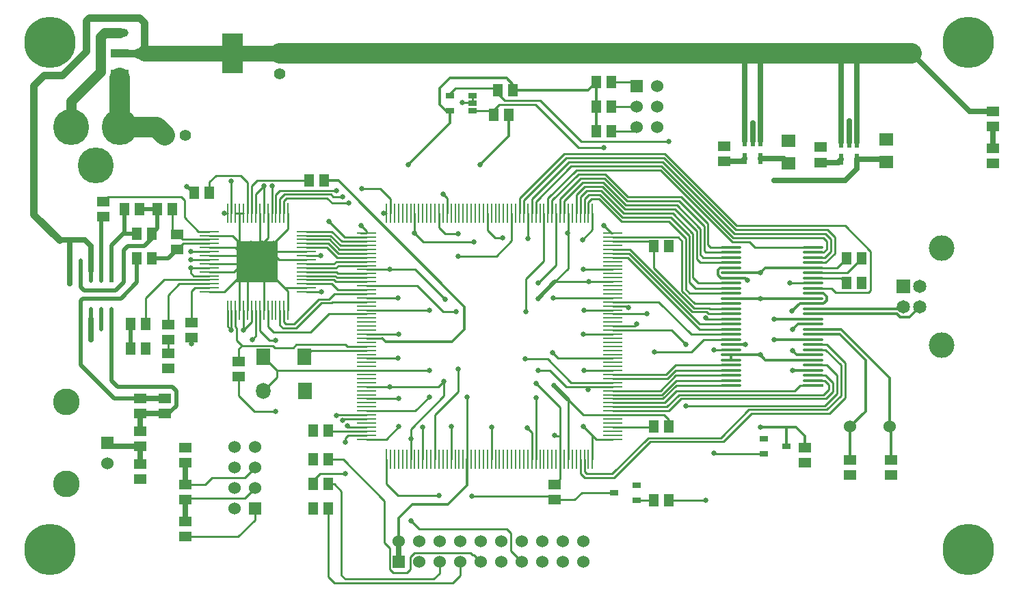
<source format=gtl>
%FSLAX24Y24*%
%MOIN*%
G70*
G01*
G75*
G04 Layer_Physical_Order=1*
%ADD10R,0.2000X0.2000*%
%ADD11R,0.0591X0.0512*%
%ADD12R,0.0217X0.0571*%
%ADD13R,0.0709X0.0630*%
%ADD14R,0.0512X0.0591*%
%ADD15R,0.0197X0.1181*%
%ADD16O,0.0197X0.1181*%
%ADD17O,0.0984X0.0098*%
%ADD18O,0.0098X0.0984*%
%ADD19R,0.0098X0.0984*%
%ADD20O,0.1000X0.0150*%
%ADD21R,0.1000X0.0150*%
%ADD22R,0.0850X0.0421*%
%ADD23R,0.0850X0.0421*%
%ADD24O,0.0850X0.0421*%
%ADD25R,0.1000X0.1969*%
%ADD26R,0.0709X0.0787*%
%ADD27O,0.0709X0.0787*%
%ADD28R,0.0394X0.0276*%
%ADD29R,0.0394X0.0276*%
%ADD30C,0.0500*%
%ADD31C,0.0350*%
%ADD32C,0.0100*%
%ADD33C,0.0200*%
%ADD34C,0.0120*%
%ADD35C,0.0250*%
%ADD36C,0.1000*%
%ADD37C,0.0750*%
%ADD38C,0.2500*%
%ADD39C,0.0600*%
%ADD40R,0.0600X0.0600*%
%ADD41C,0.0550*%
%ADD42R,0.0550X0.0550*%
%ADD43C,0.1750*%
%ADD44C,0.1250*%
%ADD45C,0.0650*%
%ADD46R,0.0650X0.0650*%
%ADD47C,0.1300*%
%ADD48C,0.0250*%
%ADD49C,0.0450*%
D10*
X22100Y26050D02*
D03*
D11*
X53000Y15626D02*
D03*
Y16374D02*
D03*
X51000Y15626D02*
D03*
Y16374D02*
D03*
X57950Y33374D02*
D03*
Y32626D02*
D03*
X48800Y16974D02*
D03*
Y16226D02*
D03*
X44850Y30926D02*
D03*
Y31674D02*
D03*
X57950Y30826D02*
D03*
Y31574D02*
D03*
X49550Y30876D02*
D03*
Y31624D02*
D03*
X36600Y15174D02*
D03*
Y14426D02*
D03*
X21200Y20426D02*
D03*
Y21174D02*
D03*
X17600Y18626D02*
D03*
Y19374D02*
D03*
X16400Y17026D02*
D03*
Y17774D02*
D03*
Y15426D02*
D03*
Y16174D02*
D03*
Y18626D02*
D03*
Y19374D02*
D03*
X18200Y27374D02*
D03*
Y26626D02*
D03*
X14600Y28226D02*
D03*
Y28974D02*
D03*
X17750Y22226D02*
D03*
Y22974D02*
D03*
X18900Y22326D02*
D03*
Y23074D02*
D03*
X18600Y12626D02*
D03*
Y13374D02*
D03*
X17750Y21574D02*
D03*
Y20826D02*
D03*
X18600Y14426D02*
D03*
Y15174D02*
D03*
Y16226D02*
D03*
Y16974D02*
D03*
D12*
X46624Y31923D02*
D03*
X46250D02*
D03*
X45876D02*
D03*
Y31077D02*
D03*
X46624D02*
D03*
X51324Y31873D02*
D03*
X50950D02*
D03*
X50576D02*
D03*
Y31027D02*
D03*
X51324D02*
D03*
D13*
X48000Y30849D02*
D03*
Y31951D02*
D03*
X52750Y30899D02*
D03*
Y32001D02*
D03*
D14*
X51574Y25000D02*
D03*
X50826D02*
D03*
Y26200D02*
D03*
X51574D02*
D03*
X25574Y16400D02*
D03*
X24826D02*
D03*
X25574Y15200D02*
D03*
X24826D02*
D03*
X25574Y17800D02*
D03*
X24826D02*
D03*
X25574Y14000D02*
D03*
X24826D02*
D03*
X41426Y14400D02*
D03*
X42174D02*
D03*
X39374Y32400D02*
D03*
X38626D02*
D03*
X39374Y33600D02*
D03*
X38626D02*
D03*
X39374Y34800D02*
D03*
X38626D02*
D03*
X34374Y33200D02*
D03*
X33626D02*
D03*
X34574Y34400D02*
D03*
X33826D02*
D03*
X42174Y26800D02*
D03*
X41426D02*
D03*
X42174Y18000D02*
D03*
X41426D02*
D03*
X25374Y30000D02*
D03*
X24626D02*
D03*
X19026Y29400D02*
D03*
X19774D02*
D03*
X16226Y26200D02*
D03*
X16974D02*
D03*
X17226Y28600D02*
D03*
X17974D02*
D03*
X16226Y27400D02*
D03*
X16974D02*
D03*
X15626Y28600D02*
D03*
X16374D02*
D03*
X15926Y21800D02*
D03*
X16674D02*
D03*
X15926Y23000D02*
D03*
X16674D02*
D03*
D15*
X15000Y25600D02*
D03*
D16*
X14500D02*
D03*
X14000D02*
D03*
X13500D02*
D03*
X15000Y23238D02*
D03*
X14500D02*
D03*
X14000D02*
D03*
X13500D02*
D03*
D17*
X24486Y27514D02*
D03*
Y27317D02*
D03*
Y27120D02*
D03*
Y26924D02*
D03*
Y26727D02*
D03*
Y26530D02*
D03*
Y26333D02*
D03*
Y26136D02*
D03*
Y25939D02*
D03*
Y25743D02*
D03*
Y25546D02*
D03*
Y25349D02*
D03*
Y25152D02*
D03*
Y24955D02*
D03*
Y24758D02*
D03*
Y24561D02*
D03*
X19761D02*
D03*
Y24758D02*
D03*
Y24955D02*
D03*
Y25152D02*
D03*
Y25349D02*
D03*
Y25546D02*
D03*
Y25743D02*
D03*
Y25939D02*
D03*
Y26136D02*
D03*
Y26333D02*
D03*
Y26530D02*
D03*
Y26727D02*
D03*
Y26924D02*
D03*
Y27120D02*
D03*
Y27317D02*
D03*
Y27514D02*
D03*
X39424Y17384D02*
D03*
Y17581D02*
D03*
Y17778D02*
D03*
Y17975D02*
D03*
Y18172D02*
D03*
Y18369D02*
D03*
Y18565D02*
D03*
Y18762D02*
D03*
Y18959D02*
D03*
Y19156D02*
D03*
Y19353D02*
D03*
Y19550D02*
D03*
Y19746D02*
D03*
Y19943D02*
D03*
Y20140D02*
D03*
Y20337D02*
D03*
Y20534D02*
D03*
Y20731D02*
D03*
Y20928D02*
D03*
Y21124D02*
D03*
Y21321D02*
D03*
Y21518D02*
D03*
Y21715D02*
D03*
Y21912D02*
D03*
Y22109D02*
D03*
Y22306D02*
D03*
Y22502D02*
D03*
Y22699D02*
D03*
Y22896D02*
D03*
Y23093D02*
D03*
Y23290D02*
D03*
Y23487D02*
D03*
Y23683D02*
D03*
Y23880D02*
D03*
Y24077D02*
D03*
Y24274D02*
D03*
Y24471D02*
D03*
Y24668D02*
D03*
Y24865D02*
D03*
Y25061D02*
D03*
Y25258D02*
D03*
Y25455D02*
D03*
Y25652D02*
D03*
Y25849D02*
D03*
Y26046D02*
D03*
Y26242D02*
D03*
Y26439D02*
D03*
Y26636D02*
D03*
Y26833D02*
D03*
Y27030D02*
D03*
Y27227D02*
D03*
Y27424D02*
D03*
X27416D02*
D03*
Y27227D02*
D03*
Y27030D02*
D03*
Y26833D02*
D03*
Y26636D02*
D03*
Y26439D02*
D03*
Y26242D02*
D03*
Y26046D02*
D03*
Y25849D02*
D03*
Y25652D02*
D03*
Y25455D02*
D03*
Y25258D02*
D03*
Y25061D02*
D03*
Y24865D02*
D03*
Y24668D02*
D03*
Y24471D02*
D03*
Y24274D02*
D03*
Y24077D02*
D03*
Y23880D02*
D03*
Y23683D02*
D03*
Y23487D02*
D03*
Y23290D02*
D03*
Y23093D02*
D03*
Y22896D02*
D03*
Y22699D02*
D03*
Y22502D02*
D03*
Y22306D02*
D03*
Y22109D02*
D03*
Y21912D02*
D03*
Y21715D02*
D03*
Y21518D02*
D03*
Y21321D02*
D03*
Y21124D02*
D03*
Y20928D02*
D03*
Y20731D02*
D03*
Y20534D02*
D03*
Y20337D02*
D03*
Y20140D02*
D03*
Y19943D02*
D03*
Y19746D02*
D03*
Y19550D02*
D03*
Y19353D02*
D03*
Y19156D02*
D03*
Y18959D02*
D03*
Y18762D02*
D03*
Y18565D02*
D03*
Y18369D02*
D03*
Y18172D02*
D03*
Y17975D02*
D03*
Y17778D02*
D03*
Y17581D02*
D03*
Y17384D02*
D03*
D18*
X23600Y23676D02*
D03*
X23403D02*
D03*
X23206D02*
D03*
X23009D02*
D03*
X22813D02*
D03*
X22616D02*
D03*
X22419D02*
D03*
X22222D02*
D03*
X22025D02*
D03*
X21828D02*
D03*
X21632D02*
D03*
X21435D02*
D03*
X21238D02*
D03*
X21041D02*
D03*
X20844D02*
D03*
X20647D02*
D03*
Y28400D02*
D03*
X20844D02*
D03*
X21041D02*
D03*
X21238D02*
D03*
X21435D02*
D03*
X21632D02*
D03*
X21828D02*
D03*
X22025D02*
D03*
X22222D02*
D03*
X22419D02*
D03*
X22616D02*
D03*
X22813D02*
D03*
X23009D02*
D03*
X23206D02*
D03*
X23403D02*
D03*
X28597Y16400D02*
D03*
X28794D02*
D03*
X28991D02*
D03*
X29187D02*
D03*
X29384D02*
D03*
X29581D02*
D03*
X29778D02*
D03*
X29975D02*
D03*
X30172D02*
D03*
X30368D02*
D03*
X30565D02*
D03*
X30762D02*
D03*
X30959D02*
D03*
X31156D02*
D03*
X31353D02*
D03*
X31550D02*
D03*
X31746D02*
D03*
X31943D02*
D03*
X32140D02*
D03*
X32337D02*
D03*
X32534D02*
D03*
X32731D02*
D03*
X32928D02*
D03*
X33124D02*
D03*
X33321D02*
D03*
X33518D02*
D03*
X33715D02*
D03*
X33912D02*
D03*
X34109D02*
D03*
X34306D02*
D03*
X34502D02*
D03*
X34699D02*
D03*
X34896D02*
D03*
X35093D02*
D03*
X35290D02*
D03*
X35487D02*
D03*
X35683D02*
D03*
X35880D02*
D03*
X36077D02*
D03*
X36274D02*
D03*
X36471D02*
D03*
X36668D02*
D03*
X36865D02*
D03*
X37061D02*
D03*
X37258D02*
D03*
X37455D02*
D03*
X37652D02*
D03*
X37849D02*
D03*
X38046D02*
D03*
X38242D02*
D03*
X38439D02*
D03*
Y28408D02*
D03*
X38242D02*
D03*
X38046D02*
D03*
X37849D02*
D03*
X37652D02*
D03*
X37455D02*
D03*
X37258D02*
D03*
X37061D02*
D03*
X36865D02*
D03*
X36668D02*
D03*
X36471D02*
D03*
X36274D02*
D03*
X36077D02*
D03*
X35880D02*
D03*
X35683D02*
D03*
X35487D02*
D03*
X35290D02*
D03*
X35093D02*
D03*
X34896D02*
D03*
X34699D02*
D03*
X34502D02*
D03*
X34306D02*
D03*
X34109D02*
D03*
X33912D02*
D03*
X33715D02*
D03*
X33518D02*
D03*
X33321D02*
D03*
X33124D02*
D03*
X32928D02*
D03*
X32731D02*
D03*
X32534D02*
D03*
X32337D02*
D03*
X32140D02*
D03*
X31943D02*
D03*
X31746D02*
D03*
X31550D02*
D03*
X31353D02*
D03*
X31156D02*
D03*
X30959D02*
D03*
X30762D02*
D03*
X30565D02*
D03*
X30368D02*
D03*
X30172D02*
D03*
X29975D02*
D03*
X29778D02*
D03*
X29581D02*
D03*
X29384D02*
D03*
X29187D02*
D03*
X28991D02*
D03*
X28794D02*
D03*
X28597D02*
D03*
X28400D02*
D03*
D19*
X23600Y28400D02*
D03*
X28400Y16400D02*
D03*
D20*
X45200Y26750D02*
D03*
Y26500D02*
D03*
Y26250D02*
D03*
Y26000D02*
D03*
Y25750D02*
D03*
Y25500D02*
D03*
Y25250D02*
D03*
Y25000D02*
D03*
Y24750D02*
D03*
Y24500D02*
D03*
Y24250D02*
D03*
Y24000D02*
D03*
Y23750D02*
D03*
Y23500D02*
D03*
Y23250D02*
D03*
Y23000D02*
D03*
Y22750D02*
D03*
Y22500D02*
D03*
Y22250D02*
D03*
Y22000D02*
D03*
Y21750D02*
D03*
Y21500D02*
D03*
Y21250D02*
D03*
Y21000D02*
D03*
Y20750D02*
D03*
Y20500D02*
D03*
Y20250D02*
D03*
Y20000D02*
D03*
X49200Y26750D02*
D03*
Y26500D02*
D03*
Y26250D02*
D03*
Y26000D02*
D03*
Y25750D02*
D03*
Y25500D02*
D03*
Y25250D02*
D03*
Y25000D02*
D03*
Y24750D02*
D03*
Y24500D02*
D03*
Y24250D02*
D03*
Y24000D02*
D03*
Y23750D02*
D03*
Y23500D02*
D03*
Y23250D02*
D03*
Y23000D02*
D03*
Y22750D02*
D03*
Y22500D02*
D03*
Y22250D02*
D03*
Y22000D02*
D03*
Y21750D02*
D03*
Y21500D02*
D03*
Y21250D02*
D03*
Y21000D02*
D03*
Y20750D02*
D03*
Y20500D02*
D03*
Y20250D02*
D03*
D21*
Y20000D02*
D03*
D22*
X15400Y35200D02*
D03*
D23*
Y36200D02*
D03*
D24*
Y37200D02*
D03*
D25*
X20900Y36200D02*
D03*
D26*
X22400Y21400D02*
D03*
X24400D02*
D03*
X24439Y19746D02*
D03*
D27*
X22400Y19746D02*
D03*
D28*
X40600Y15148D02*
D03*
X39498Y14774D02*
D03*
X46800Y16652D02*
D03*
X47902Y17026D02*
D03*
X31498Y33400D02*
D03*
D29*
X40600Y14400D02*
D03*
X46800Y17400D02*
D03*
X32600Y33400D02*
D03*
Y33774D02*
D03*
Y34148D02*
D03*
X31498D02*
D03*
D30*
X14650Y37200D02*
X15400D01*
X13032Y32600D02*
Y33881D01*
X14450Y35300D01*
Y37000D01*
X14650Y37200D01*
X16300Y36200D02*
X16600D01*
D31*
X11200Y28350D02*
Y34650D01*
X16600Y36500D02*
Y37700D01*
X16350Y37950D02*
X16600Y37700D01*
X13900Y37950D02*
X16350D01*
X13750Y37800D02*
X13900Y37950D01*
X13750Y36300D02*
Y37800D01*
X12600Y35150D02*
X13750Y36300D01*
X11700Y35150D02*
X12600D01*
X11200Y34650D02*
X11700Y35150D01*
X11200Y28350D02*
X12450Y27100D01*
X16300Y36200D02*
X16600Y36500D01*
X15400Y36200D02*
X16300D01*
D32*
X32600Y33774D02*
Y34148D01*
X32100Y33800D02*
X32574D01*
X32600Y33774D01*
X22025Y22425D02*
Y23676D01*
X21850Y22250D02*
X22025Y22425D01*
X29600Y13400D02*
X30000Y13000D01*
X34450Y11950D02*
X35000Y11400D01*
X27150Y27800D02*
X27416Y27534D01*
Y27424D02*
Y27534D01*
X27126Y27424D02*
X27416D01*
X27200Y29600D02*
X28100D01*
X28597Y28408D02*
Y29103D01*
X28100Y29600D02*
X28597Y29103D01*
X37258Y25708D02*
Y28408D01*
X36611Y25061D02*
X39424D01*
X37157Y19943D02*
X39424D01*
X36865Y16400D02*
Y18935D01*
X27416Y19943D02*
X30943D01*
X29581Y16400D02*
Y17881D01*
X37234Y27426D02*
X37258Y27450D01*
X35800Y20750D02*
X36350D01*
X35700Y20100D02*
X36865Y18935D01*
X38200Y19800D02*
X38226D01*
X38200D02*
Y19943D01*
X36600Y17550D02*
X36865D01*
X36600D02*
Y17574D01*
X29778Y27422D02*
Y28408D01*
X30200Y27000D02*
X32650D01*
X29778Y27422D02*
X29778Y27426D01*
X29778Y27422D02*
X30200Y27000D01*
X31200Y19500D02*
Y20200D01*
X30943Y19943D02*
X31200Y20200D01*
X37750Y31600D02*
X39000D01*
Y27800D02*
X39376Y27424D01*
X33626Y33200D02*
Y33426D01*
X35650Y33700D02*
X37750Y31600D01*
X33900Y33700D02*
X35650D01*
X33626Y33426D02*
X33900Y33700D01*
X39376Y27424D02*
X39424D01*
Y23880D02*
X40120D01*
X40200Y23800D01*
X41087Y23487D02*
X41100Y23500D01*
X39424Y23487D02*
X41087D01*
X40496Y22896D02*
X40600Y23000D01*
X39424Y22896D02*
X40496D01*
X40400Y34800D02*
X40600Y34600D01*
X39374Y34800D02*
X40400D01*
X39374Y33600D02*
X40600D01*
X40400Y32400D02*
X40600Y32600D01*
X39374Y32400D02*
X40400D01*
X42150Y26824D02*
X42174Y26800D01*
X37900Y31900D02*
X42150D01*
X33726Y34500D02*
X33826Y34400D01*
Y34224D02*
Y34400D01*
X35900Y33900D02*
X37900Y31900D01*
X34150Y33900D02*
X35900D01*
X33826Y34224D02*
X34150Y33900D01*
X34502Y27052D02*
Y28408D01*
X31900Y26300D02*
X33750D01*
X31250Y27400D02*
X31900D01*
X30959Y27691D02*
Y28408D01*
X31498Y34148D02*
Y34248D01*
X31750Y34500D02*
X33726D01*
X31498Y34248D02*
X31750Y34500D01*
X32600Y33400D02*
X33426D01*
X22700Y22200D02*
X23000D01*
X22222Y22678D02*
Y23676D01*
X21200Y19500D02*
Y20426D01*
X21950Y18750D02*
X23000D01*
X21200Y19500D02*
X21950Y18750D01*
X26488Y21912D02*
X27416D01*
X21350Y21950D02*
X22850D01*
X21100Y22200D02*
X21350Y21950D01*
X21041Y22868D02*
Y23676D01*
X21200Y21800D02*
X21350Y21950D01*
X21200Y21174D02*
Y21800D01*
X26400Y22000D02*
X26488Y21912D01*
X24000Y22000D02*
X26400D01*
X23850Y21850D02*
X24000Y22000D01*
X22950Y21850D02*
X23850D01*
X22850Y21950D02*
X22950Y21850D01*
X21100Y22200D02*
Y22809D01*
X21041Y22868D02*
X21100Y22809D01*
X34450Y11950D02*
Y12800D01*
X34250Y13000D02*
X34450Y12800D01*
X30000Y13000D02*
X34250D01*
X25600Y28000D02*
X26373Y27227D01*
X27416D01*
Y22306D02*
X28194D01*
X25587Y23487D02*
X27416D01*
X22616Y22884D02*
Y23676D01*
X24700Y22600D02*
X25587Y23487D01*
X22900Y22600D02*
X24700D01*
X22616Y22884D02*
X22900Y22600D01*
X25777Y24077D02*
X27416D01*
X23206Y22944D02*
Y23676D01*
X25720Y24020D02*
X25777Y24077D01*
X25220Y24020D02*
X25720D01*
X24000Y22800D02*
X25220Y24020D01*
X23350Y22800D02*
X24000D01*
X23206Y22944D02*
X23350Y22800D01*
X25871Y24471D02*
X27416D01*
X23403Y23097D02*
Y23676D01*
X25600Y24200D02*
X25871Y24471D01*
X25100Y24200D02*
X25600D01*
X23900Y23000D02*
X25100Y24200D01*
X23500Y23000D02*
X23900D01*
X23403Y23097D02*
X23500Y23000D01*
X26575Y17975D02*
X27416D01*
X26500Y18050D02*
X26575Y17975D01*
X25750Y28900D02*
X26550D01*
X23403Y28400D02*
Y29003D01*
X23540Y29140D01*
X25510D01*
X25750Y28900D01*
X26319Y18369D02*
X27416D01*
X26250Y18300D02*
X26319Y18369D01*
X25800Y29200D02*
X26250D01*
X23206Y28400D02*
Y29106D01*
X23420Y29320D01*
X25680D01*
X25800Y29200D01*
X25965Y18565D02*
X27416D01*
X25950Y18550D02*
X25965Y18565D01*
X23200Y29500D02*
X25950D01*
X23009Y29309D02*
X23200Y29500D01*
X23009Y28400D02*
Y29309D01*
X22100Y30000D02*
X24626D01*
X21828Y29728D02*
X22100Y30000D01*
X21828Y28400D02*
Y29728D01*
X22419Y28400D02*
Y29731D01*
X22025Y29337D02*
X22419Y29731D01*
X22025Y28400D02*
Y29337D01*
X18950Y29400D02*
X19026D01*
X18650Y29700D02*
X18950Y29400D01*
X21632Y28400D02*
Y29918D01*
X19774Y29400D02*
Y29924D01*
X21300Y30250D02*
X21632Y29918D01*
X20100Y30250D02*
X21300D01*
X19774Y29924D02*
X20100Y30250D01*
X18857Y25743D02*
X19761D01*
X19001Y25349D02*
X19761D01*
X18857Y25493D02*
Y25743D01*
X17750Y21574D02*
Y22226D01*
X19236Y27514D02*
X19761D01*
X14600Y28974D02*
X14826Y29200D01*
X18400D01*
X18550Y29050D01*
Y28200D02*
Y29050D01*
Y28200D02*
X19236Y27514D01*
X17974Y27600D02*
X18454Y27120D01*
X17974Y27600D02*
Y28600D01*
X18454Y27120D02*
X19761D01*
X18498Y26924D02*
X19761D01*
X18200Y26626D02*
X18498Y26924D01*
X18900Y22050D02*
Y22326D01*
X17552Y25152D02*
X19761D01*
X16674Y23000D02*
Y24274D01*
X17552Y25152D01*
X18857Y25493D02*
X19001Y25349D01*
X18305Y24955D02*
X19761D01*
X17750Y22974D02*
Y24400D01*
X18305Y24955D01*
X19058Y24758D02*
X19761D01*
X18900Y23074D02*
Y24600D01*
X19058Y24758D01*
X40600Y14400D02*
X41426D01*
X37924Y14774D02*
X39498D01*
X32550Y14600D02*
X36426D01*
X36600Y14426D02*
X37576D01*
X28400Y15200D02*
Y16400D01*
X28950Y14650D02*
X30950D01*
X28400Y15200D02*
X28950Y14650D01*
X36426Y14600D02*
X36600Y14426D01*
X37576D02*
X37924Y14774D01*
X26531Y17581D02*
X27416D01*
X26400Y17250D02*
Y17450D01*
X25150Y15700D02*
X26400D01*
X24826Y15200D02*
Y15376D01*
X26400Y17450D02*
X26531Y17581D01*
X24826Y15376D02*
X25150Y15700D01*
X22000Y13450D02*
Y14100D01*
X18600Y12626D02*
X21176D01*
X22000Y13450D01*
X25596Y17778D02*
X27416D01*
X25574Y17800D02*
X25596Y17778D01*
X48050Y25000D02*
X49200D01*
X38439Y27589D02*
Y28408D01*
X37950Y27100D02*
X38439Y27589D01*
X35290Y27160D02*
Y28408D01*
X38002Y25652D02*
X39424D01*
X33700Y27200D02*
X34050D01*
X38017Y23683D02*
X39424D01*
X38002Y22502D02*
X39424D01*
X38019Y20731D02*
X39424D01*
X38000Y18000D02*
X38439Y17561D01*
X38616Y17384D01*
X39424D01*
X38439Y16400D02*
Y17561D01*
X35250Y17950D02*
X35487Y17713D01*
Y16400D02*
Y17713D01*
X31353Y28408D02*
Y29147D01*
X31150Y29350D02*
X31353Y29147D01*
X33321Y27579D02*
Y28408D01*
X28258D02*
X28400D01*
X23600Y27650D02*
Y28400D01*
X22900Y26950D02*
X23600Y27650D01*
X23030Y26530D02*
X24486D01*
X22616Y27216D02*
Y28400D01*
X23164Y26136D02*
X24486D01*
X21238Y28400D02*
X21435D01*
X21041D02*
X21238D01*
X22222Y27078D02*
Y28400D01*
X21238Y26962D02*
Y28400D01*
X20883Y27317D02*
X21238Y26962D01*
X20500Y28400D02*
X20647D01*
X19761Y27317D02*
X20883D01*
X19761Y26727D02*
X21027D01*
X19761Y26333D02*
X21183D01*
X19761Y25939D02*
X21161D01*
X19761Y25546D02*
X20946D01*
X27416Y24274D02*
X28974D01*
X27416Y22502D02*
X28998D01*
X27416Y21321D02*
X28971D01*
X27416Y19353D02*
X28997D01*
X33518Y16400D02*
Y17982D01*
X31550Y16400D02*
Y18000D01*
X30172Y16400D02*
Y17972D01*
X28384Y17384D02*
X29000Y18000D01*
X27416Y17384D02*
X28384D01*
X22900Y25300D02*
X23442Y24758D01*
X23600Y24600D01*
X23442Y24758D02*
X24486D01*
X23600Y23676D02*
Y24600D01*
X22419Y23676D02*
Y25231D01*
X21238Y23676D02*
Y25288D01*
X21632Y23676D02*
Y25131D01*
X20511Y24561D02*
X21238Y25288D01*
X19761Y24561D02*
X20511D01*
X21500Y15500D02*
X22000Y16000D01*
X18600Y15174D02*
X19574D01*
X44150Y23750D02*
X45200D01*
X41426Y25738D02*
Y26800D01*
X41196Y27030D02*
X41426Y26800D01*
X39424Y27030D02*
X41196D01*
X43850Y22250D02*
X45200D01*
X41450Y21650D02*
X43250D01*
X41426Y18000D02*
X41450Y18024D01*
X41401Y17975D02*
X41426Y18000D01*
X39424Y17975D02*
X41401D01*
X44000Y23250D02*
X45200D01*
X43950Y23300D02*
X44000Y23250D01*
X42174Y14400D02*
X43950D01*
X50874Y25500D02*
X51574Y26200D01*
X49200Y25500D02*
X50874D01*
X50576Y25250D02*
X50826Y25000D01*
X49200Y25250D02*
X50576D01*
X26032Y24668D02*
X27416D01*
X24486Y24955D02*
X25745D01*
X25929Y25061D02*
X27416D01*
X24486Y25152D02*
X25839D01*
X25987Y25258D02*
X27416D01*
X24486Y25349D02*
X25897D01*
X26045Y25455D02*
X27416D01*
X24486Y25546D02*
X25954D01*
X26049Y25849D02*
X27416D01*
X24486Y25743D02*
X25943D01*
X25946Y26046D02*
X27416D01*
X24486Y25939D02*
X25839D01*
X25989Y26242D02*
X27416D01*
X24486Y26727D02*
X25505D01*
X26047Y26439D02*
X27416D01*
X24486Y26924D02*
X25563D01*
X26105Y26636D02*
X27416D01*
X24486Y27120D02*
X25620D01*
X26162Y26833D02*
X27416D01*
X24486Y27317D02*
X25678D01*
X26220Y27030D02*
X27416D01*
X24486Y27514D02*
X25736D01*
X24715Y21715D02*
X27416D01*
X24400Y21400D02*
X24715Y21715D01*
X49200Y22000D02*
X49850D01*
X37849Y15701D02*
Y16400D01*
X49200Y21750D02*
X49800D01*
X38046Y15804D02*
Y16400D01*
X49200Y20500D02*
X49800D01*
X39424Y18762D02*
X42162D01*
X49200Y20250D02*
X49750D01*
X39424Y18959D02*
X42059D01*
X48550Y20000D02*
X49200D01*
X39424Y19156D02*
X41956D01*
X42518Y20000D02*
X45200D01*
X39424Y19353D02*
X41871D01*
X42514Y20250D02*
X45200D01*
X39424Y19550D02*
X41813D01*
X42509Y20500D02*
X45200D01*
X39424Y19746D02*
X41756D01*
X42505Y20750D02*
X45200D01*
X39424Y20337D02*
X42092D01*
X42500Y21000D02*
X45200D01*
X39424Y20534D02*
X42034D01*
X49200Y21000D02*
X49850D01*
X42301Y22699D02*
X43000Y22000D01*
X39424Y22699D02*
X42301D01*
X43000Y19000D02*
X49750D01*
X43250Y22500D02*
X45200D01*
X39424Y24077D02*
X41673D01*
X43650Y22750D02*
X45200D01*
X39424Y26242D02*
X40157D01*
X43655Y23000D02*
X45200D01*
X39424Y26439D02*
X40215D01*
X44108Y23500D02*
X45200D01*
X39424Y26636D02*
X40273D01*
X43418Y24000D02*
X45200D01*
X39424Y27227D02*
X42623D01*
X43173Y24500D02*
X45200D01*
X38242Y28408D02*
Y28942D01*
X43450Y24750D02*
X45200D01*
X38046Y28408D02*
Y29096D01*
X43600Y25000D02*
X45200D01*
X37849Y28408D02*
Y29199D01*
X43700Y26000D02*
X45200D01*
X37652Y28408D02*
Y29302D01*
X43840Y26250D02*
X45200D01*
X37061Y28408D02*
Y29011D01*
X43950Y26500D02*
X45200D01*
X36865Y28408D02*
Y29115D01*
X44180Y26750D02*
X45200D01*
X36471Y28408D02*
Y29021D01*
X46350Y26750D02*
X49200D01*
X36274Y28408D02*
Y29124D01*
X49200Y26500D02*
X49700D01*
X35683Y28408D02*
Y28983D01*
X49200Y26250D02*
X49750D01*
X35487Y28408D02*
Y29087D01*
X49200Y26000D02*
X49800D01*
X35093Y28408D02*
Y29043D01*
X49200Y24750D02*
X50100D01*
X34896Y28408D02*
Y29146D01*
X44350Y21750D02*
X45200D01*
X44398Y16652D02*
X46800D01*
X44350Y16700D02*
X44398Y16652D01*
X32670Y11730D02*
X33000Y11400D01*
X25574Y16400D02*
X26290D01*
X31000Y10850D02*
Y11400D01*
X25574Y15200D02*
X25850D01*
X32000Y10750D02*
Y11400D01*
X25574Y10676D02*
Y14000D01*
X50376Y25750D02*
X50826Y26200D01*
X49200Y25750D02*
X50376D01*
X36077Y26077D02*
Y28408D01*
X35200Y23600D02*
Y25200D01*
X35150Y21300D02*
X36250D01*
X37410Y20140D02*
X39424D01*
X27416Y24865D02*
X29885D01*
X31150Y23600D02*
X31800D01*
X31900Y19700D02*
Y20800D01*
X30762Y16400D02*
Y18562D01*
X36865Y15439D02*
Y16400D01*
X36600Y15174D02*
X36865Y15439D01*
X27416Y25652D02*
X29798D01*
X31250Y24200D01*
X36668Y25868D02*
Y28408D01*
X35800Y25000D02*
X36668Y25868D01*
X36526Y24274D02*
X39424D01*
X36779Y21321D02*
X39424D01*
X36500Y21600D02*
X36779Y21321D01*
X37258Y16400D02*
Y19292D01*
X42174Y18000D02*
Y18326D01*
X39424Y18565D02*
X41935D01*
X37985D02*
X39424D01*
X35683Y16400D02*
Y19417D01*
X32337Y16400D02*
Y19437D01*
X27416Y23683D02*
X30483D01*
X27416Y20731D02*
X30481D01*
X23069D02*
X27416D01*
X29812Y18762D02*
X30500Y19450D01*
X27416Y18762D02*
X29812D01*
X22400Y21400D02*
X23069Y20731D01*
X22400Y19746D02*
X23069Y20416D01*
X22813Y28400D02*
Y29737D01*
X20844Y28400D02*
Y29956D01*
X21828Y23109D02*
Y23676D01*
X21435Y22715D02*
Y23676D01*
Y22715D02*
X21828Y23109D01*
X20844Y22706D02*
Y23676D01*
X20647Y22903D02*
Y23676D01*
Y22903D02*
X20844Y22706D01*
X18870Y26530D02*
X19761D01*
X18864Y26136D02*
X19761D01*
X24486Y26333D02*
X25209D01*
X24486Y24561D02*
X25215D01*
X32600Y11730D02*
X32670D01*
X32500Y11830D02*
X32600Y11730D01*
X29760Y11830D02*
X32500D01*
X29570Y11640D02*
X29760Y11830D01*
X29570Y11040D02*
Y11640D01*
X29400Y10870D02*
X29570Y11040D01*
X28740Y10870D02*
X29400D01*
X28570Y11040D02*
X28740Y10870D01*
X28570Y11040D02*
Y12080D01*
X28310Y12340D02*
X28570Y12080D01*
X28310Y12340D02*
Y14380D01*
X26290Y16400D02*
X28310Y14380D01*
X20946Y25546D02*
X21250Y25850D01*
X22222Y27078D02*
X22350Y26950D01*
X22616Y27216D01*
X21027Y26727D02*
X21250Y26504D01*
X22900Y26400D02*
X23164Y26136D01*
X22900Y26400D02*
X23030Y26530D01*
X33321Y27579D02*
X33700Y27200D01*
X19574Y15174D02*
X19900Y15500D01*
X21500D01*
X41426Y25738D02*
X43384Y23780D01*
X44120D01*
X44150Y23750D01*
X43250Y21650D02*
X43850Y22250D01*
X25745Y24955D02*
X26032Y24668D01*
X25839Y25152D02*
X25929Y25061D01*
X25897Y25349D02*
X25987Y25258D01*
X25954Y25546D02*
X26045Y25455D01*
X25943Y25743D02*
X26049Y25849D01*
X25839Y25939D02*
X25946Y26046D01*
X25505Y26727D02*
X25989Y26242D01*
X25563Y26924D02*
X26047Y26439D01*
X25620Y27120D02*
X26105Y26636D01*
X25678Y27317D02*
X26162Y26833D01*
X25736Y27514D02*
X26220Y27030D01*
X37849Y15701D02*
X38050Y15500D01*
X39500D01*
X41270Y17270D01*
X44820D01*
X46190Y18640D01*
X49990D01*
X50750Y19400D01*
Y21100D01*
X49850Y22000D02*
X50750Y21100D01*
X38046Y15804D02*
X38150Y15700D01*
X39400D01*
X41150Y17450D01*
X44700D01*
X46070Y18820D01*
X49870D01*
X50550Y19500D01*
Y21000D01*
X49800Y21750D02*
X50550Y21000D01*
X42162Y18762D02*
X42770Y19370D01*
X49820D01*
X50150Y19700D01*
Y20150D01*
X49800Y20500D02*
X50150Y20150D01*
X42059Y18959D02*
X42650Y19550D01*
X49700D01*
X49950Y19800D01*
Y20050D01*
X49750Y20250D02*
X49950Y20050D01*
X41956Y19156D02*
Y19173D01*
X42533Y19750D01*
X48300D01*
X48550Y20000D01*
X41871Y19353D02*
X42518Y20000D01*
X41813Y19550D02*
X42514Y20250D01*
X41756Y19746D02*
X42509Y20500D01*
X42092Y20337D02*
X42505Y20750D01*
X42034Y20534D02*
X42500Y21000D01*
X49750Y19000D02*
X50350Y19600D01*
Y20500D01*
X49850Y21000D02*
X50350Y20500D01*
X41673Y24077D02*
X43250Y22500D01*
X40157Y26242D02*
X43650Y22750D01*
X40215Y26439D02*
X43655Y23000D01*
X40273Y26636D02*
X43309Y23600D01*
X44008D01*
X44108Y23500D01*
X42623Y27227D02*
X42800Y27050D01*
Y24618D02*
Y27050D01*
Y24618D02*
X43418Y24000D01*
X38242Y28942D02*
X38400Y29100D01*
X38750D01*
X39850Y28000D01*
X42150D01*
X42980Y27170D01*
Y24693D02*
Y27170D01*
Y24693D02*
X43173Y24500D01*
X38046Y29096D02*
X38250Y29300D01*
X38805D01*
X39905Y28200D01*
X42250D01*
X43160Y27290D01*
Y25040D02*
Y27290D01*
Y25040D02*
X43450Y24750D01*
X37849Y29199D02*
X38150Y29500D01*
X38859D01*
X39959Y28400D01*
X42350D01*
X43340Y27410D01*
Y25260D02*
Y27410D01*
Y25260D02*
X43600Y25000D01*
X37652Y29302D02*
X38050Y29700D01*
X38914D01*
X40014Y28600D01*
X42450D01*
X43520Y27530D01*
Y26180D02*
Y27530D01*
Y26180D02*
X43700Y26000D01*
X37061Y29011D02*
X37950Y29900D01*
X38968D01*
X40068Y28800D01*
X42550D01*
X43700Y27650D01*
Y26390D02*
Y27650D01*
Y26390D02*
X43840Y26250D01*
X36865Y29115D02*
X37850Y30100D01*
X39023D01*
X40123Y29000D01*
X42650D01*
X43880Y27770D01*
Y26570D02*
Y27770D01*
Y26570D02*
X43950Y26500D01*
X36471Y29021D02*
X37750Y30300D01*
X39077D01*
X40177Y29200D01*
X42750D01*
X44060Y27890D01*
Y26870D02*
Y27890D01*
Y26870D02*
X44180Y26750D01*
X36274Y29124D02*
X37650Y30500D01*
X41750D01*
X45250Y27000D01*
X46100D01*
X46350Y26750D01*
X35683Y28983D02*
X37400Y30700D01*
X41805D01*
X45305Y27200D01*
X49700D01*
X49850Y27050D01*
Y26650D02*
Y27050D01*
X49700Y26500D02*
X49850Y26650D01*
X35487Y29087D02*
X37300Y30900D01*
X41859D01*
X45359Y27400D01*
X49800D01*
X50050Y27150D01*
Y26550D02*
Y27150D01*
X49750Y26250D02*
X50050Y26550D01*
X35093Y29043D02*
X37150Y31100D01*
X41914D01*
X45414Y27600D01*
X49900D01*
X50250Y27250D01*
Y26450D02*
Y27250D01*
X49800Y26000D02*
X50250Y26450D01*
X34896Y29146D02*
X37050Y31300D01*
X41968D01*
X45468Y27800D01*
X50750D01*
X52000Y26550D01*
Y24650D02*
Y26550D01*
X51900Y24550D02*
X52000Y24650D01*
X50300Y24550D02*
X51900D01*
X50100Y24750D02*
X50300Y24550D01*
X25850Y15200D02*
X26200Y14850D01*
Y10750D02*
Y14850D01*
Y10750D02*
X26390Y10560D01*
X30710D01*
X31000Y10850D01*
X25574Y10676D02*
X25870Y10380D01*
X31630D01*
X32000Y10750D01*
X36250Y21300D02*
X37410Y20140D01*
X30762Y18562D02*
X31900Y19700D01*
X29885Y24865D02*
X31150Y23600D01*
X35200Y25200D02*
X36077Y26077D01*
X29581Y17881D02*
X31200Y19500D01*
X36350Y20750D02*
X37157Y19943D01*
X36611Y25061D02*
X37258Y25708D01*
X41935Y18565D02*
X42174Y18326D01*
X37258Y19292D02*
X37985Y18565D01*
X23069Y20416D02*
Y20731D01*
X30959Y27691D02*
X31250Y27400D01*
X33750Y26300D02*
X34502Y27052D01*
X22222Y22678D02*
X22700Y22200D01*
X18674Y14500D02*
X21500D01*
X18600Y14426D02*
X18674Y14500D01*
X21500D02*
X22000Y15000D01*
D33*
X35800Y24250D02*
X36611Y25061D01*
X16974Y27400D02*
X17226Y27652D01*
X16974Y27174D02*
Y27400D01*
X13500Y24800D02*
Y25600D01*
X16600Y26800D02*
X16974Y27174D01*
X15800Y26800D02*
X16600D01*
X15600Y26600D02*
X15800Y26800D01*
X15600Y25050D02*
Y26600D01*
X15200Y24650D02*
X15600Y25050D01*
X13650Y24650D02*
X15200D01*
X13500Y24800D02*
X13650Y24650D01*
X17774Y26200D02*
X18200Y26626D01*
X16974Y26200D02*
X17774D01*
X17226Y27652D02*
Y28600D01*
X16374D02*
X17226D01*
X15000Y26850D02*
X15626Y27476D01*
Y28600D01*
X15550Y27400D02*
X16226D01*
X15000Y25600D02*
Y26850D01*
X14500Y28126D02*
X14600Y28226D01*
X14500Y25600D02*
Y28126D01*
X15926Y21800D02*
Y23000D01*
X13500Y21000D02*
Y24150D01*
X16226Y25026D02*
Y26200D01*
X15126Y19374D02*
X16400D01*
X15450Y24250D02*
X16226Y25026D01*
X13600Y24250D02*
X15450D01*
X13500Y24150D02*
X13600Y24250D01*
X13500Y21000D02*
X15126Y19374D01*
X17600Y18626D02*
X17776D01*
X15000Y20250D02*
Y23238D01*
Y20250D02*
X15300Y19950D01*
X17950D01*
X18150Y19750D01*
Y19000D02*
Y19750D01*
X17776Y18626D02*
X18150Y19000D01*
X36550Y20000D02*
X37258Y19292D01*
D34*
X34374Y32175D02*
Y33200D01*
X32976Y30777D02*
X34374Y32175D01*
X38626Y32400D02*
Y34800D01*
X38226Y34400D02*
X38626Y34800D01*
X34574Y34400D02*
X38226D01*
X34574D02*
Y34676D01*
X31498Y32798D02*
Y33400D01*
X31300D02*
X31498D01*
X29476Y30777D02*
X31498Y32798D01*
X34250Y35000D02*
X34574Y34676D01*
X31500Y35000D02*
X34250D01*
X31000Y34500D02*
X31500Y35000D01*
X31000Y33700D02*
Y34500D01*
Y33700D02*
X31300Y33400D01*
X26050Y30000D02*
X32200Y23850D01*
X25374Y30000D02*
X26050D01*
X28194Y22306D02*
X28350Y22150D01*
X31600D01*
X32200Y22750D01*
Y23850D01*
X49200Y24500D02*
X49700D01*
X49200Y24000D02*
X49700D01*
X48550D02*
X49200D01*
X44650Y25750D02*
X45200D01*
X45900Y25250D02*
X46000Y25150D01*
X45200Y25250D02*
X45900D01*
X44700D02*
X45200D01*
X48174Y23624D02*
X48550Y24000D01*
X48450Y23000D02*
X49200D01*
X48200Y22750D02*
X48450Y23000D01*
X48400Y21500D02*
X49200D01*
X48200Y21700D02*
X48400Y21500D01*
X48200Y20750D02*
X49200D01*
X45200Y22000D02*
X45900D01*
X22350Y25300D02*
X22419Y25231D01*
X21238Y26962D02*
X21250Y26950D01*
X21632Y25131D02*
X21800Y25300D01*
X21238Y25288D02*
X21250Y25300D01*
X51000Y18000D02*
X51750Y18750D01*
X51000Y16374D02*
Y18000D01*
X49200Y22500D02*
X50500D01*
X52921Y18000D02*
X53000Y17921D01*
X52921Y18000D02*
Y20379D01*
X53000Y16374D02*
Y17921D01*
X49200Y22750D02*
X50550D01*
X53500Y23750D02*
X53600Y23850D01*
X49200Y23750D02*
X53500D01*
X53890Y23350D02*
X54390Y23850D01*
X49200Y23500D02*
X53294D01*
X47300Y22250D02*
X49200D01*
X47300Y23250D02*
X49200D01*
X46874Y25750D02*
X49200D01*
X46874Y21250D02*
X49200D01*
X46624Y21500D02*
X46874Y21250D01*
X46624Y17976D02*
X48374D01*
X47902Y17026D02*
Y17974D01*
X48800Y16974D02*
Y17550D01*
X46624Y25500D02*
X46874Y25750D01*
X46624Y24250D02*
X49200D01*
X45200D02*
X46624D01*
X45200Y25500D02*
X46624D01*
X45200Y21500D02*
X46624D01*
X45200Y21250D02*
Y21500D01*
X32337Y15137D02*
Y16400D01*
X29000Y12400D02*
Y13550D01*
X44550Y25400D02*
X44700Y25250D01*
X44550Y25400D02*
Y25650D01*
X44650Y25750D01*
X21161Y25939D02*
X21250Y25850D01*
X21183Y26333D02*
X21250Y26400D01*
Y26504D01*
X49700Y24000D02*
X49850Y24150D01*
Y24350D01*
X49700Y24500D02*
X49850Y24350D01*
X51750Y18750D02*
Y21250D01*
X50500Y22500D02*
X51750Y21250D01*
X50550Y22750D02*
X52921Y20379D01*
X53294Y23500D02*
X53444Y23350D01*
X53890D01*
X48374Y17976D02*
X48800Y17550D01*
X29000Y13550D02*
X29650Y14200D01*
X31400D01*
X32337Y15137D01*
D35*
X16400Y19374D02*
X17600D01*
X16400Y18626D02*
X17600D01*
X16400Y17774D02*
Y18626D01*
X50950Y32550D02*
Y32900D01*
Y31873D02*
Y32550D01*
X46250Y32500D02*
Y32800D01*
Y31923D02*
Y32500D01*
X14000Y22250D02*
Y23238D01*
X45725Y30926D02*
X45876Y31077D01*
X44850Y30926D02*
X45725D01*
X50425Y30876D02*
X50576Y31027D01*
X49550Y30876D02*
X50425D01*
X57950Y31574D02*
Y32626D01*
X16400Y16174D02*
Y17026D01*
X14974D02*
X16400D01*
X14800Y17200D02*
X14974Y17026D01*
X18600Y15174D02*
Y16226D01*
X52622Y31027D02*
X52750Y30899D01*
X51324Y31027D02*
X52622D01*
X51324Y30574D02*
Y31027D01*
X47300Y30000D02*
X50750D01*
X47772Y31077D02*
X48000Y30849D01*
X46624Y31077D02*
X47772D01*
X51100Y36200D02*
X51324Y35976D01*
X46550Y36200D02*
X46624Y36126D01*
X45850Y36200D02*
X45876Y36174D01*
X29000Y11400D02*
Y12400D01*
X50750Y30000D02*
X51324Y30574D01*
X13700Y27100D02*
X14000Y26800D01*
X54000Y36200D02*
X56826Y33374D01*
X25200Y36200D02*
X25226Y36174D01*
X45876Y31923D02*
Y36174D01*
X46624Y31923D02*
Y36126D01*
X50576Y31873D02*
Y36200D01*
X51324Y31873D02*
Y35976D01*
X25950Y36200D02*
X25974Y36176D01*
X56826Y33374D02*
X57950D01*
X12950Y25000D02*
X12976Y24974D01*
X12950Y25000D02*
Y27100D01*
X14000Y25600D02*
Y26800D01*
X12450Y27100D02*
X13700D01*
X18600Y13374D02*
Y14426D01*
D36*
X17200Y32600D02*
X17600Y32200D01*
X15394Y32600D02*
X17200D01*
X15394D02*
Y34994D01*
X23200Y36200D02*
X54000D01*
D37*
X16600D02*
X23200D01*
D38*
X56750Y12000D02*
D03*
X12000D02*
D03*
Y36750D02*
D03*
X56750D02*
D03*
D39*
X41600Y32600D02*
D03*
X40600D02*
D03*
X41600Y33600D02*
D03*
X40600D02*
D03*
X41600Y34600D02*
D03*
X21000Y17000D02*
D03*
X22000D02*
D03*
X21000Y16000D02*
D03*
X22000D02*
D03*
X21000Y15000D02*
D03*
X22000D02*
D03*
X21000Y14000D02*
D03*
X52921Y18000D02*
D03*
X51000D02*
D03*
X38000Y12400D02*
D03*
Y11400D02*
D03*
X37000Y12400D02*
D03*
Y11400D02*
D03*
X36000Y12400D02*
D03*
Y11400D02*
D03*
X35000Y12400D02*
D03*
Y11400D02*
D03*
X34000Y12400D02*
D03*
Y11400D02*
D03*
X33000Y12400D02*
D03*
Y11400D02*
D03*
X32000Y12400D02*
D03*
Y11400D02*
D03*
X31000Y12400D02*
D03*
Y11400D02*
D03*
X30000Y12400D02*
D03*
Y11400D02*
D03*
X29000Y12400D02*
D03*
X14800Y16216D02*
D03*
D40*
X40600Y34600D02*
D03*
X22000Y14000D02*
D03*
X29000Y11400D02*
D03*
X14800Y17200D02*
D03*
D41*
X18584Y32200D02*
D03*
X23200Y35216D02*
D03*
D42*
X17600Y32200D02*
D03*
X23200Y36200D02*
D03*
D43*
X15394Y32600D02*
D03*
X14213Y30750D02*
D03*
X13032Y32600D02*
D03*
D44*
X55450Y26710D02*
D03*
Y21970D02*
D03*
D45*
X54390Y24850D02*
D03*
Y23850D02*
D03*
X53600D02*
D03*
D46*
Y24850D02*
D03*
D47*
X12792Y15192D02*
D03*
Y19208D02*
D03*
D48*
X16400Y15426D02*
D03*
X48000Y31951D02*
D03*
X52750Y32001D02*
D03*
X49550Y31624D02*
D03*
X51000Y15626D02*
D03*
X46800Y17400D02*
D03*
X32100Y33800D02*
D03*
X22400Y21400D02*
D03*
X50826Y26200D02*
D03*
X27150Y27800D02*
D03*
X24826Y14000D02*
D03*
X27200Y29600D02*
D03*
X32976Y30777D02*
D03*
X39000Y31600D02*
D03*
Y27800D02*
D03*
X40200Y23800D02*
D03*
X41100Y23500D02*
D03*
X40600Y23000D02*
D03*
X42150Y26824D02*
D03*
Y31900D02*
D03*
X29476Y30777D02*
D03*
X23000Y18750D02*
D03*
X21850Y22250D02*
D03*
X29600Y13400D02*
D03*
X24826Y16400D02*
D03*
X25600Y28000D02*
D03*
X26550Y28900D02*
D03*
X26500Y18050D02*
D03*
X26250Y29200D02*
D03*
Y18300D02*
D03*
X25950Y18550D02*
D03*
Y29500D02*
D03*
X18650Y29700D02*
D03*
X16674Y21800D02*
D03*
X12976Y24974D02*
D03*
X21800Y26950D02*
D03*
X18900Y22050D02*
D03*
X29581Y17400D02*
D03*
X28550Y19943D02*
D03*
Y25652D02*
D03*
X29778Y27422D02*
D03*
X38250Y25061D02*
D03*
X38226Y19800D02*
D03*
X36600Y17574D02*
D03*
X40600Y15148D02*
D03*
X30950Y14650D02*
D03*
X32550Y14600D02*
D03*
X24826Y17800D02*
D03*
X26400Y17250D02*
D03*
Y15700D02*
D03*
X18600Y16974D02*
D03*
X45900Y22000D02*
D03*
X46000Y25150D02*
D03*
X44850Y31674D02*
D03*
X46250Y32800D02*
D03*
Y32500D02*
D03*
X50950Y32900D02*
D03*
Y32550D02*
D03*
X57950Y30826D02*
D03*
X38019Y20731D02*
D03*
X24439Y19746D02*
D03*
X17750Y20826D02*
D03*
X14000Y22250D02*
D03*
X22350Y25300D02*
D03*
X21800D02*
D03*
X21250D02*
D03*
X28258Y28408D02*
D03*
X22900Y26950D02*
D03*
X20500Y28400D02*
D03*
X21250Y26950D02*
D03*
X22900Y25300D02*
D03*
X29000Y18000D02*
D03*
X28974Y24274D02*
D03*
X28997Y19353D02*
D03*
X31550Y18000D02*
D03*
X30172Y17972D02*
D03*
X28971Y21321D02*
D03*
X28998Y22502D02*
D03*
X31150Y29350D02*
D03*
X33518Y17982D02*
D03*
X35290Y27160D02*
D03*
X34050Y27200D02*
D03*
X35250Y17950D02*
D03*
X38000Y18000D02*
D03*
X38002Y22502D02*
D03*
X38002Y25652D02*
D03*
X37950Y27100D02*
D03*
X38017Y23683D02*
D03*
X48200Y20750D02*
D03*
Y21700D02*
D03*
X48050Y25000D02*
D03*
X48200Y22750D02*
D03*
X48174Y23624D02*
D03*
X53000Y15626D02*
D03*
X48800Y16226D02*
D03*
X14600Y28226D02*
D03*
X16226Y27400D02*
D03*
X15926Y21800D02*
D03*
X41450Y18024D02*
D03*
Y21650D02*
D03*
X43950Y14400D02*
D03*
Y23300D02*
D03*
X43000Y22000D02*
D03*
Y19000D02*
D03*
X44350Y21750D02*
D03*
Y16700D02*
D03*
X47300Y22250D02*
D03*
Y30000D02*
D03*
Y23250D02*
D03*
X46624Y17976D02*
D03*
Y31077D02*
D03*
Y21500D02*
D03*
Y24250D02*
D03*
Y25500D02*
D03*
X51574Y25000D02*
D03*
X35150Y21300D02*
D03*
X31900Y20800D02*
D03*
X31800Y23600D02*
D03*
X35200D02*
D03*
X32650Y27000D02*
D03*
X35800Y24250D02*
D03*
X37234Y27426D02*
D03*
X31200Y20200D02*
D03*
X35700Y20100D02*
D03*
X35800Y20750D02*
D03*
X31250Y24200D02*
D03*
X36550Y20000D02*
D03*
X35683Y19417D02*
D03*
X30483Y23683D02*
D03*
X30481Y20731D02*
D03*
X32337Y19437D02*
D03*
X35800Y25000D02*
D03*
X31900Y27400D02*
D03*
Y26300D02*
D03*
X30500Y19450D02*
D03*
X36500Y21600D02*
D03*
X36526Y24274D02*
D03*
X21435Y22715D02*
D03*
X18870Y26530D02*
D03*
X18864Y26136D02*
D03*
X18857Y25743D02*
D03*
X20844Y22706D02*
D03*
Y29956D02*
D03*
X22813Y29737D02*
D03*
X22419Y29731D02*
D03*
X23000Y22200D02*
D03*
X25215Y24561D02*
D03*
X25209Y26333D02*
D03*
X21800Y26400D02*
D03*
X22350D02*
D03*
Y25850D02*
D03*
X21800D02*
D03*
X22350Y26950D02*
D03*
X22900Y26400D02*
D03*
Y25850D02*
D03*
X21250D02*
D03*
Y26400D02*
D03*
D49*
X37274Y36176D02*
D03*
X36526Y36174D02*
D03*
X33724Y36176D02*
D03*
X32976D02*
D03*
X30224D02*
D03*
X29476D02*
D03*
X25226Y36174D02*
D03*
X25974Y36176D02*
D03*
X20826Y36174D02*
D03*
X21574Y36176D02*
D03*
M02*

</source>
